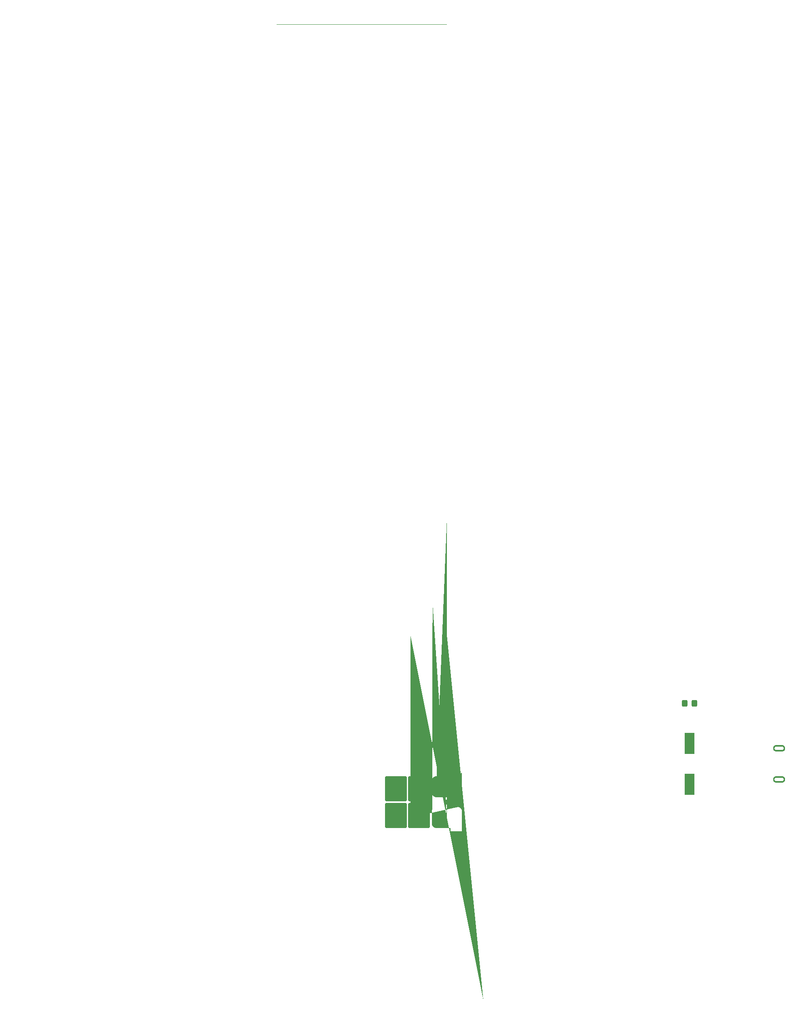
<source format=gbr>
%TF.GenerationSoftware,KiCad,Pcbnew,7.0.2*%
%TF.CreationDate,2024-05-08T22:38:03+07:00*%
%TF.ProjectId,multiport component tester,6d756c74-6970-46f7-9274-20636f6d706f,rev?*%
%TF.SameCoordinates,Original*%
%TF.FileFunction,Paste,Top*%
%TF.FilePolarity,Positive*%
%FSLAX46Y46*%
G04 Gerber Fmt 4.6, Leading zero omitted, Abs format (unit mm)*
G04 Created by KiCad (PCBNEW 7.0.2) date 2024-05-08 22:38:03*
%MOMM*%
%LPD*%
G01*
G04 APERTURE LIST*
G04 Aperture macros list*
%AMRoundRect*
0 Rectangle with rounded corners*
0 $1 Rounding radius*
0 $2 $3 $4 $5 $6 $7 $8 $9 X,Y pos of 4 corners*
0 Add a 4 corners polygon primitive as box body*
4,1,4,$2,$3,$4,$5,$6,$7,$8,$9,$2,$3,0*
0 Add four circle primitives for the rounded corners*
1,1,$1+$1,$2,$3*
1,1,$1+$1,$4,$5*
1,1,$1+$1,$6,$7*
1,1,$1+$1,$8,$9*
0 Add four rect primitives between the rounded corners*
20,1,$1+$1,$2,$3,$4,$5,0*
20,1,$1+$1,$4,$5,$6,$7,0*
20,1,$1+$1,$6,$7,$8,$9,0*
20,1,$1+$1,$8,$9,$2,$3,0*%
%AMFreePoly0*
4,1,57,2.353549,2.201653,2.542938,2.144203,2.717479,2.050909,2.870466,1.925356,2.996019,1.772369,3.089313,1.597828,3.146763,1.408439,3.166162,1.211482,3.166162,-1.211482,3.158809,-1.286136,3.158809,-1.962069,3.158915,-1.962215,3.158915,-2.024019,3.158809,-2.024164,3.158809,-2.813117,3.153915,-2.828179,3.153915,-2.844019,3.144605,-2.856832,3.139711,-2.871896,3.126897,-2.881205,
3.117588,-2.894019,3.102524,-2.898913,3.089711,-2.908223,3.073872,-2.908223,3.058809,-2.913117,0.828809,-2.913117,0.813746,-2.908223,0.797907,-2.908223,0.785093,-2.898913,0.770030,-2.894019,0.760720,-2.881205,0.747907,-2.871896,0.743012,-2.856832,0.733703,-2.844019,0.733703,-2.828179,0.728809,-2.813117,0.728809,-2.221052,-2.156592,-2.221052,-2.353549,-2.201653,-2.542938,-2.144203,
-2.717479,-2.050909,-2.870466,-1.925356,-2.996019,-1.772369,-3.089313,-1.597828,-3.146763,-1.408439,-3.166162,-1.211482,-3.166162,1.211482,-3.146763,1.408439,-3.089313,1.597828,-2.996019,1.772369,-2.870466,1.925356,-2.717479,2.050909,-2.542938,2.144203,-2.353549,2.201653,-2.156592,2.221052,2.156592,2.221052,2.353549,2.201653,2.353549,2.201653,$1*%
%AMFreePoly1*
4,1,66,3.080057,2.911312,3.095896,2.911312,3.108709,2.902002,3.123773,2.897108,3.133082,2.884294,3.145896,2.874985,3.150790,2.859921,3.160100,2.847108,3.160100,2.831268,3.164994,2.816206,3.164994,1.236206,3.162953,1.229926,3.164993,1.206987,3.164994,-1.206988,3.149218,-1.384435,3.093231,-1.580098,2.999005,-1.760486,2.870395,-1.918214,2.712667,-2.046824,2.532279,-2.141050,
2.336616,-2.197037,2.159168,-2.212812,0.000007,-2.212812,0.000000,-2.212813,-0.000007,-2.212812,-2.159169,-2.212813,-2.336616,-2.197037,-2.532279,-2.141050,-2.712667,-2.046824,-2.870395,-1.918214,-2.999005,-1.760486,-3.093231,-1.580098,-3.149218,-1.384435,-3.164993,-1.206987,-3.164994,1.206988,-3.149218,1.384435,-3.093231,1.580098,-2.999005,1.760486,-2.961725,1.806206,2.961725,1.806206,
2.964994,1.802197,2.964994,1.806206,2.961725,1.806206,-2.961725,1.806206,-2.870395,1.918214,-2.712667,2.046824,-2.532279,2.141050,-2.336616,2.197037,-2.159168,2.212812,-0.000015,2.212812,0.000000,2.212813,0.000015,2.212812,0.734994,2.212812,0.734994,2.816206,0.739888,2.831268,0.739888,2.847108,0.749197,2.859921,0.754092,2.874985,0.766905,2.884294,0.776215,2.897108,
0.791278,2.902002,0.804092,2.911312,0.819931,2.911312,0.834994,2.916206,3.064994,2.916206,3.080057,2.911312,3.080057,2.911312,$1*%
G04 Aperture macros list end*
%ADD10R,2.000000X4.500000*%
%ADD11RoundRect,0.250000X0.325000X0.450000X-0.325000X0.450000X-0.325000X-0.450000X0.325000X-0.450000X0*%
%ADD12FreePoly0,180.000000*%
%ADD13RoundRect,0.250000X1.500000X0.300000X-1.500000X0.300000X-1.500000X-0.300000X1.500000X-0.300000X0*%
%ADD14RoundRect,0.250000X2.025000X2.375000X-2.025000X2.375000X-2.025000X-2.375000X2.025000X-2.375000X0*%
%ADD15FreePoly1,180.000000*%
G04 APERTURE END LIST*
%TO.C,MicroUSB1*%
G36*
X158625000Y-89530000D02*
G01*
X159280000Y-89530000D01*
X159311000Y-89531000D01*
X159342000Y-89533000D01*
X159373000Y-89537000D01*
X159404000Y-89543000D01*
X159434000Y-89550000D01*
X159464000Y-89559000D01*
X159493000Y-89570000D01*
X159522000Y-89581000D01*
X159550000Y-89595000D01*
X159577000Y-89610000D01*
X159604000Y-89626000D01*
X159630000Y-89644000D01*
X159654000Y-89663000D01*
X159678000Y-89683000D01*
X159701000Y-89704000D01*
X159722000Y-89727000D01*
X159742000Y-89751000D01*
X159761000Y-89775000D01*
X159779000Y-89801000D01*
X159795000Y-89828000D01*
X159810000Y-89855000D01*
X159824000Y-89883000D01*
X159835000Y-89912000D01*
X159846000Y-89941000D01*
X159855000Y-89971000D01*
X159862000Y-90001000D01*
X159868000Y-90032000D01*
X159872000Y-90063000D01*
X159874000Y-90094000D01*
X159875000Y-90125000D01*
X159875000Y-90185000D01*
X159877000Y-90223000D01*
X159878000Y-90256000D01*
X159876000Y-90289000D01*
X159872000Y-90322000D01*
X159867000Y-90355000D01*
X159860000Y-90387000D01*
X159851000Y-90419000D01*
X159841000Y-90450000D01*
X159828000Y-90481000D01*
X159814000Y-90511000D01*
X159799000Y-90540000D01*
X159781000Y-90568000D01*
X159763000Y-90595000D01*
X159742000Y-90621000D01*
X159721000Y-90646000D01*
X159698000Y-90670000D01*
X159673000Y-90692000D01*
X159648000Y-90713000D01*
X159621000Y-90733000D01*
X159594000Y-90751000D01*
X159565000Y-90768000D01*
X159536000Y-90783000D01*
X159506000Y-90796000D01*
X159475000Y-90807000D01*
X159443000Y-90817000D01*
X159411000Y-90825000D01*
X159379000Y-90832000D01*
X159346000Y-90836000D01*
X159313000Y-90839000D01*
X159280000Y-90840000D01*
X157970000Y-90840000D01*
X157939000Y-90839000D01*
X157908000Y-90837000D01*
X157877000Y-90833000D01*
X157846000Y-90827000D01*
X157816000Y-90820000D01*
X157786000Y-90811000D01*
X157757000Y-90800000D01*
X157728000Y-90789000D01*
X157700000Y-90775000D01*
X157673000Y-90760000D01*
X157646000Y-90744000D01*
X157620000Y-90726000D01*
X157596000Y-90707000D01*
X157572000Y-90687000D01*
X157549000Y-90666000D01*
X157528000Y-90643000D01*
X157508000Y-90619000D01*
X157489000Y-90595000D01*
X157471000Y-90569000D01*
X157455000Y-90543000D01*
X157440000Y-90515000D01*
X157426000Y-90487000D01*
X157415000Y-90458000D01*
X157404000Y-90429000D01*
X157395000Y-90399000D01*
X157388000Y-90369000D01*
X157382000Y-90338000D01*
X157378000Y-90307000D01*
X157376000Y-90276000D01*
X157375000Y-90245000D01*
X157375000Y-90204000D01*
X157675000Y-90204000D01*
X157677000Y-90222000D01*
X157679000Y-90241000D01*
X157683000Y-90259000D01*
X157687000Y-90277000D01*
X157692000Y-90295000D01*
X157699000Y-90312000D01*
X157706000Y-90329000D01*
X157714000Y-90346000D01*
X157723000Y-90363000D01*
X157732000Y-90378000D01*
X157743000Y-90394000D01*
X157754000Y-90408000D01*
X157766000Y-90423000D01*
X157779000Y-90436000D01*
X157792000Y-90449000D01*
X157807000Y-90461000D01*
X157821000Y-90472000D01*
X157837000Y-90483000D01*
X157853000Y-90492000D01*
X157869000Y-90501000D01*
X157886000Y-90509000D01*
X157903000Y-90516000D01*
X157920000Y-90523000D01*
X157938000Y-90528000D01*
X157956000Y-90532000D01*
X157974000Y-90536000D01*
X157993000Y-90538000D01*
X158011000Y-90540000D01*
X158030000Y-90540000D01*
X159220000Y-90540000D01*
X159239000Y-90540000D01*
X159257000Y-90538000D01*
X159276000Y-90536000D01*
X159294000Y-90532000D01*
X159312000Y-90528000D01*
X159330000Y-90523000D01*
X159347000Y-90516000D01*
X159364000Y-90509000D01*
X159381000Y-90501000D01*
X159397000Y-90492000D01*
X159413000Y-90483000D01*
X159429000Y-90472000D01*
X159443000Y-90461000D01*
X159458000Y-90449000D01*
X159471000Y-90436000D01*
X159484000Y-90423000D01*
X159496000Y-90408000D01*
X159507000Y-90394000D01*
X159518000Y-90378000D01*
X159527000Y-90363000D01*
X159536000Y-90346000D01*
X159544000Y-90329000D01*
X159551000Y-90312000D01*
X159558000Y-90295000D01*
X159563000Y-90277000D01*
X159567000Y-90259000D01*
X159571000Y-90241000D01*
X159573000Y-90222000D01*
X159575000Y-90204000D01*
X159575000Y-90185000D01*
X159575000Y-90166000D01*
X159573000Y-90148000D01*
X159571000Y-90129000D01*
X159567000Y-90111000D01*
X159563000Y-90093000D01*
X159558000Y-90075000D01*
X159551000Y-90058000D01*
X159544000Y-90041000D01*
X159536000Y-90024000D01*
X159527000Y-90008000D01*
X159518000Y-89992000D01*
X159507000Y-89976000D01*
X159496000Y-89962000D01*
X159484000Y-89947000D01*
X159471000Y-89934000D01*
X159458000Y-89921000D01*
X159443000Y-89909000D01*
X159429000Y-89898000D01*
X159413000Y-89887000D01*
X159397000Y-89878000D01*
X159381000Y-89869000D01*
X159364000Y-89861000D01*
X159347000Y-89854000D01*
X159330000Y-89847000D01*
X159312000Y-89842000D01*
X159294000Y-89838000D01*
X159276000Y-89834000D01*
X159257000Y-89832000D01*
X159239000Y-89830000D01*
X159220000Y-89830000D01*
X158625000Y-89830000D01*
X158030000Y-89830000D01*
X158011000Y-89830000D01*
X157993000Y-89832000D01*
X157974000Y-89834000D01*
X157956000Y-89838000D01*
X157938000Y-89842000D01*
X157920000Y-89847000D01*
X157903000Y-89854000D01*
X157886000Y-89861000D01*
X157869000Y-89869000D01*
X157853000Y-89878000D01*
X157837000Y-89887000D01*
X157821000Y-89898000D01*
X157807000Y-89909000D01*
X157792000Y-89921000D01*
X157779000Y-89934000D01*
X157766000Y-89947000D01*
X157754000Y-89962000D01*
X157743000Y-89976000D01*
X157732000Y-89992000D01*
X157723000Y-90008000D01*
X157714000Y-90024000D01*
X157706000Y-90041000D01*
X157699000Y-90058000D01*
X157692000Y-90075000D01*
X157687000Y-90093000D01*
X157683000Y-90111000D01*
X157679000Y-90129000D01*
X157677000Y-90148000D01*
X157675000Y-90166000D01*
X157675000Y-90185000D01*
X157675000Y-90204000D01*
X157375000Y-90204000D01*
X157375000Y-90125000D01*
X157376000Y-90094000D01*
X157378000Y-90063000D01*
X157382000Y-90032000D01*
X157388000Y-90001000D01*
X157395000Y-89971000D01*
X157404000Y-89941000D01*
X157415000Y-89912000D01*
X157426000Y-89883000D01*
X157440000Y-89855000D01*
X157455000Y-89828000D01*
X157471000Y-89801000D01*
X157489000Y-89775000D01*
X157508000Y-89751000D01*
X157528000Y-89727000D01*
X157549000Y-89704000D01*
X157572000Y-89683000D01*
X157596000Y-89663000D01*
X157620000Y-89644000D01*
X157646000Y-89626000D01*
X157673000Y-89610000D01*
X157700000Y-89595000D01*
X157728000Y-89581000D01*
X157757000Y-89570000D01*
X157786000Y-89559000D01*
X157816000Y-89550000D01*
X157846000Y-89543000D01*
X157877000Y-89537000D01*
X157908000Y-89533000D01*
X157939000Y-89531000D01*
X157970000Y-89530000D01*
X158625000Y-89530000D01*
G37*
G36*
X158625000Y-96040000D02*
G01*
X159280000Y-96040000D01*
X159311000Y-96041000D01*
X159342000Y-96043000D01*
X159373000Y-96047000D01*
X159404000Y-96053000D01*
X159434000Y-96060000D01*
X159464000Y-96069000D01*
X159493000Y-96080000D01*
X159522000Y-96091000D01*
X159550000Y-96105000D01*
X159577000Y-96120000D01*
X159604000Y-96136000D01*
X159630000Y-96154000D01*
X159654000Y-96173000D01*
X159678000Y-96193000D01*
X159701000Y-96214000D01*
X159722000Y-96237000D01*
X159742000Y-96261000D01*
X159761000Y-96285000D01*
X159779000Y-96311000D01*
X159795000Y-96337000D01*
X159810000Y-96365000D01*
X159824000Y-96393000D01*
X159835000Y-96422000D01*
X159846000Y-96451000D01*
X159855000Y-96481000D01*
X159862000Y-96511000D01*
X159868000Y-96542000D01*
X159872000Y-96573000D01*
X159874000Y-96604000D01*
X159875000Y-96635000D01*
X159875000Y-96695000D01*
X159877000Y-96733000D01*
X159878000Y-96766000D01*
X159876000Y-96799000D01*
X159872000Y-96832000D01*
X159867000Y-96865000D01*
X159860000Y-96897000D01*
X159851000Y-96929000D01*
X159841000Y-96960000D01*
X159828000Y-96991000D01*
X159814000Y-97021000D01*
X159799000Y-97050000D01*
X159781000Y-97078000D01*
X159763000Y-97105000D01*
X159742000Y-97131000D01*
X159721000Y-97156000D01*
X159698000Y-97180000D01*
X159673000Y-97202000D01*
X159648000Y-97223000D01*
X159621000Y-97243000D01*
X159594000Y-97261000D01*
X159565000Y-97278000D01*
X159536000Y-97293000D01*
X159506000Y-97306000D01*
X159475000Y-97317000D01*
X159443000Y-97327000D01*
X159411000Y-97335000D01*
X159379000Y-97342000D01*
X159346000Y-97346000D01*
X159313000Y-97349000D01*
X159280000Y-97350000D01*
X157970000Y-97350000D01*
X157939000Y-97349000D01*
X157908000Y-97347000D01*
X157877000Y-97343000D01*
X157846000Y-97337000D01*
X157816000Y-97330000D01*
X157786000Y-97321000D01*
X157757000Y-97310000D01*
X157728000Y-97299000D01*
X157700000Y-97285000D01*
X157673000Y-97270000D01*
X157646000Y-97254000D01*
X157620000Y-97236000D01*
X157596000Y-97217000D01*
X157572000Y-97197000D01*
X157549000Y-97176000D01*
X157528000Y-97153000D01*
X157508000Y-97129000D01*
X157489000Y-97105000D01*
X157471000Y-97079000D01*
X157455000Y-97053000D01*
X157440000Y-97025000D01*
X157426000Y-96997000D01*
X157415000Y-96968000D01*
X157404000Y-96939000D01*
X157395000Y-96909000D01*
X157388000Y-96879000D01*
X157382000Y-96848000D01*
X157378000Y-96817000D01*
X157376000Y-96786000D01*
X157375000Y-96755000D01*
X157375000Y-96714000D01*
X157675000Y-96714000D01*
X157677000Y-96732000D01*
X157679000Y-96751000D01*
X157683000Y-96769000D01*
X157687000Y-96787000D01*
X157692000Y-96805000D01*
X157699000Y-96822000D01*
X157706000Y-96839000D01*
X157714000Y-96856000D01*
X157723000Y-96873000D01*
X157732000Y-96888000D01*
X157743000Y-96904000D01*
X157754000Y-96918000D01*
X157766000Y-96933000D01*
X157779000Y-96946000D01*
X157792000Y-96959000D01*
X157807000Y-96971000D01*
X157821000Y-96982000D01*
X157837000Y-96993000D01*
X157853000Y-97002000D01*
X157869000Y-97011000D01*
X157886000Y-97019000D01*
X157903000Y-97026000D01*
X157920000Y-97033000D01*
X157938000Y-97038000D01*
X157956000Y-97042000D01*
X157974000Y-97046000D01*
X157993000Y-97048000D01*
X158011000Y-97050000D01*
X158030000Y-97050000D01*
X159220000Y-97050000D01*
X159239000Y-97050000D01*
X159257000Y-97048000D01*
X159276000Y-97046000D01*
X159294000Y-97042000D01*
X159312000Y-97038000D01*
X159330000Y-97033000D01*
X159347000Y-97026000D01*
X159364000Y-97019000D01*
X159381000Y-97011000D01*
X159397000Y-97002000D01*
X159413000Y-96993000D01*
X159429000Y-96982000D01*
X159443000Y-96971000D01*
X159458000Y-96959000D01*
X159471000Y-96946000D01*
X159484000Y-96933000D01*
X159496000Y-96918000D01*
X159507000Y-96904000D01*
X159518000Y-96888000D01*
X159527000Y-96873000D01*
X159536000Y-96856000D01*
X159544000Y-96839000D01*
X159551000Y-96822000D01*
X159558000Y-96805000D01*
X159563000Y-96787000D01*
X159567000Y-96769000D01*
X159571000Y-96751000D01*
X159573000Y-96732000D01*
X159575000Y-96714000D01*
X159575000Y-96695000D01*
X159575000Y-96676000D01*
X159573000Y-96658000D01*
X159571000Y-96639000D01*
X159567000Y-96621000D01*
X159563000Y-96603000D01*
X159558000Y-96585000D01*
X159551000Y-96568000D01*
X159544000Y-96551000D01*
X159536000Y-96534000D01*
X159527000Y-96518000D01*
X159518000Y-96502000D01*
X159507000Y-96486000D01*
X159496000Y-96472000D01*
X159484000Y-96457000D01*
X159471000Y-96444000D01*
X159458000Y-96431000D01*
X159443000Y-96419000D01*
X159429000Y-96408000D01*
X159413000Y-96397000D01*
X159397000Y-96388000D01*
X159381000Y-96379000D01*
X159364000Y-96371000D01*
X159347000Y-96364000D01*
X159330000Y-96357000D01*
X159312000Y-96352000D01*
X159294000Y-96348000D01*
X159276000Y-96344000D01*
X159257000Y-96342000D01*
X159239000Y-96340000D01*
X159220000Y-96340000D01*
X158625000Y-96340000D01*
X158030000Y-96340000D01*
X158011000Y-96340000D01*
X157993000Y-96342000D01*
X157974000Y-96344000D01*
X157956000Y-96348000D01*
X157938000Y-96352000D01*
X157920000Y-96357000D01*
X157903000Y-96364000D01*
X157886000Y-96371000D01*
X157869000Y-96379000D01*
X157853000Y-96388000D01*
X157837000Y-96397000D01*
X157821000Y-96408000D01*
X157807000Y-96419000D01*
X157792000Y-96431000D01*
X157779000Y-96444000D01*
X157766000Y-96457000D01*
X157754000Y-96472000D01*
X157743000Y-96486000D01*
X157732000Y-96502000D01*
X157723000Y-96518000D01*
X157714000Y-96534000D01*
X157706000Y-96551000D01*
X157699000Y-96568000D01*
X157692000Y-96585000D01*
X157687000Y-96603000D01*
X157683000Y-96621000D01*
X157679000Y-96639000D01*
X157677000Y-96658000D01*
X157675000Y-96676000D01*
X157675000Y-96695000D01*
X157675000Y-96714000D01*
X157375000Y-96714000D01*
X157375000Y-96635000D01*
X157376000Y-96604000D01*
X157378000Y-96573000D01*
X157382000Y-96542000D01*
X157388000Y-96511000D01*
X157395000Y-96481000D01*
X157404000Y-96451000D01*
X157415000Y-96422000D01*
X157426000Y-96393000D01*
X157440000Y-96365000D01*
X157455000Y-96337000D01*
X157471000Y-96311000D01*
X157489000Y-96285000D01*
X157508000Y-96261000D01*
X157528000Y-96237000D01*
X157549000Y-96214000D01*
X157572000Y-96193000D01*
X157596000Y-96173000D01*
X157620000Y-96154000D01*
X157646000Y-96136000D01*
X157673000Y-96120000D01*
X157700000Y-96105000D01*
X157728000Y-96091000D01*
X157757000Y-96080000D01*
X157786000Y-96069000D01*
X157816000Y-96060000D01*
X157846000Y-96053000D01*
X157877000Y-96047000D01*
X157908000Y-96043000D01*
X157939000Y-96041000D01*
X157970000Y-96040000D01*
X158625000Y-96040000D01*
G37*
%TD*%
D10*
%TO.C,X1*%
X139900000Y-97690000D03*
X139900000Y-89190000D03*
%TD*%
D11*
%TO.C,D1*%
X140902500Y-80750000D03*
X138852500Y-80750000D03*
%TD*%
D12*
%TO.C,PADS1*%
X89078809Y-104638117D03*
D13*
X90495000Y-101445000D03*
D14*
X83220000Y-104220000D03*
X83220000Y-98670000D03*
X78370000Y-104220000D03*
X78370000Y-98670000D03*
D15*
X89079994Y-98258794D03*
%TD*%
M02*

</source>
